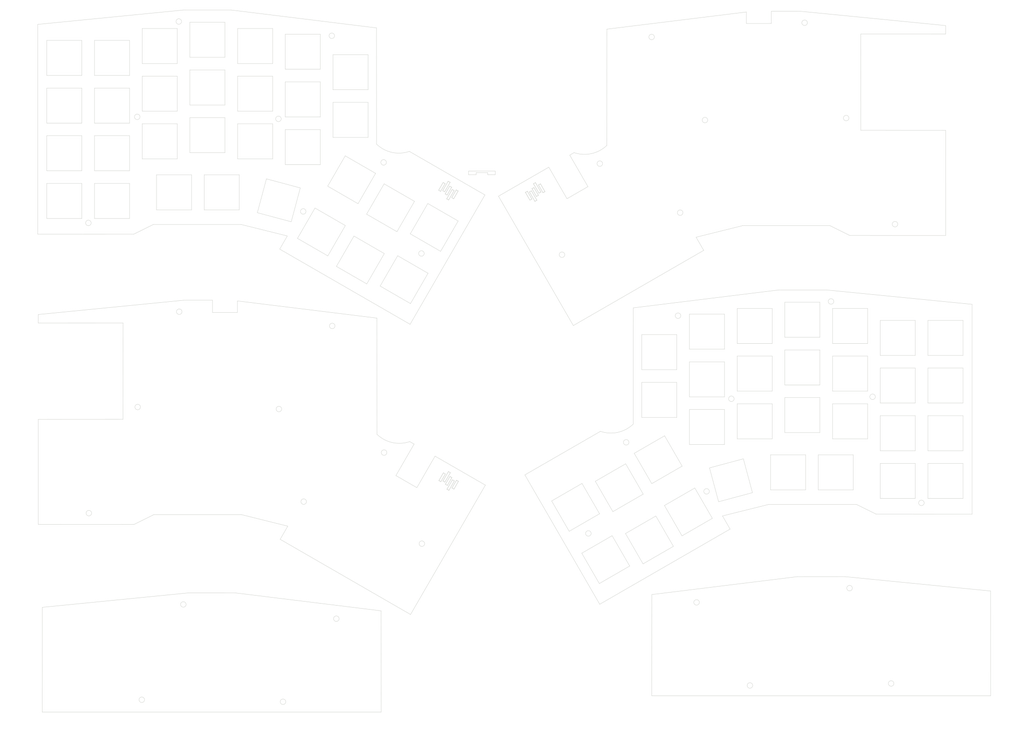
<source format=kicad_pcb>
(kicad_pcb (version 20171130) (host pcbnew "(5.0.2)-1")
  (layers (0 F.Cu signal hide) (31 B.Cu signal hide) (34 B.Paste user) (35 F.Paste user) (36 B.SilkS user) (37 F.SilkS user) (38 B.Mask user) (39 F.Mask user) (44 Edge.Cuts user))
  (net 0 "")
  (module ETE:Switch_Cuts (layer B.Cu) (at 246.935843 223.65462 210)
    (fp_text reference SW36 hide)
    (fp_text value SW_Push hide)
    (fp_line (start -7 7) (end -7 -7) (layer Edge.Cuts) (width 0.15))
    (fp_line (start -7 -7) (end 7 -7) (layer Edge.Cuts) (width 0.15))
    (fp_line (start -7 7) (end 7 7) (layer Edge.Cuts) (width 0.15))
    (fp_line (start 7 7) (end 7 -7) (layer Edge.Cuts) (width 0.15))
  )
  (module ETE_MASK:ETE_logo4_mask (layer F.Cu) (at 242.338429 209.055451 35)
    (fp_text reference G*** hide)
    (fp_text value LOGO hide)
  )
  (module ETE:Switch_Cuts (layer B.Cu) (at 375.602746 155.924022 180)
    (fp_text reference SW2 hide)
    (fp_text value SW_Push hide)
    (fp_line (start -7 7) (end -7 -7) (layer Edge.Cuts) (width 0.15))
    (fp_line (start -7 -7) (end 7 -7) (layer Edge.Cuts) (width 0.15))
    (fp_line (start -7 7) (end 7 7) (layer Edge.Cuts) (width 0.15))
    (fp_line (start 7 7) (end 7 -7) (layer Edge.Cuts) (width 0.15))
  )
  (module ETE:Switch_Cuts (layer B.Cu) (at 337.502747 167.735022 180)
    (fp_text reference SW18 hide)
    (fp_text value SW_Push hide)
    (fp_line (start -7 7) (end -7 -7) (layer Edge.Cuts) (width 0.15))
    (fp_line (start -7 -7) (end 7 -7) (layer Edge.Cuts) (width 0.15))
    (fp_line (start -7 7) (end 7 7) (layer Edge.Cuts) (width 0.15))
    (fp_line (start 7 7) (end 7 -7) (layer Edge.Cuts) (width 0.15))
  )
  (module ETE:Switch_Cuts (layer B.Cu) (at 394.652744 174.974018 180)
    (fp_text reference SW15 hide)
    (fp_text value SW_Push hide)
    (fp_line (start -7 7) (end -7 -7) (layer Edge.Cuts) (width 0.15))
    (fp_line (start -7 -7) (end 7 -7) (layer Edge.Cuts) (width 0.15))
    (fp_line (start -7 7) (end 7 7) (layer Edge.Cuts) (width 0.15))
    (fp_line (start 7 7) (end 7 -7) (layer Edge.Cuts) (width 0.15))
  )
  (module ETE:Switch_Cuts (layer B.Cu) (at 356.552745 170.211519 180)
    (fp_text reference SW17 hide)
    (fp_text value SW_Push hide)
    (fp_line (start -7 7) (end -7 -7) (layer Edge.Cuts) (width 0.15))
    (fp_line (start -7 -7) (end 7 -7) (layer Edge.Cuts) (width 0.15))
    (fp_line (start -7 7) (end 7 7) (layer Edge.Cuts) (width 0.15))
    (fp_line (start 7 7) (end 7 -7) (layer Edge.Cuts) (width 0.15))
  )
  (module ETE:Switch_Cuts (layer B.Cu) (at 375.602742 174.974014 180)
    (fp_text reference SW16 hide)
    (fp_text value SW_Push hide)
    (fp_line (start -7 7) (end -7 -7) (layer Edge.Cuts) (width 0.15))
    (fp_line (start -7 -7) (end 7 -7) (layer Edge.Cuts) (width 0.15))
    (fp_line (start -7 7) (end 7 7) (layer Edge.Cuts) (width 0.15))
    (fp_line (start 7 7) (end 7 -7) (layer Edge.Cuts) (width 0.15))
  )
  (module ETE:Switch_Cuts (layer B.Cu) (at 280.352843 161.639022 180)
    (fp_text reference SW7 hide)
    (fp_text value SW_Push hide)
    (fp_line (start -7 7) (end -7 -7) (layer Edge.Cuts) (width 0.15))
    (fp_line (start -7 -7) (end 7 -7) (layer Edge.Cuts) (width 0.15))
    (fp_line (start -7 7) (end 7 7) (layer Edge.Cuts) (width 0.15))
    (fp_line (start 7 7) (end 7 -7) (layer Edge.Cuts) (width 0.15))
  )
  (module ETE:Switch_Cuts (layer B.Cu) (at 394.652746 155.92402 180)
    (fp_text reference SW1 hide)
    (fp_text value SW_Push hide)
    (fp_line (start -7 7) (end -7 -7) (layer Edge.Cuts) (width 0.15))
    (fp_line (start -7 -7) (end 7 -7) (layer Edge.Cuts) (width 0.15))
    (fp_line (start -7 7) (end 7 7) (layer Edge.Cuts) (width 0.15))
    (fp_line (start 7 7) (end 7 -7) (layer Edge.Cuts) (width 0.15))
  )
  (module ETE:Switch_Cuts (layer B.Cu) (at 299.40284 153.447516 180)
    (fp_text reference SW6 hide)
    (fp_text value SW_Push hide)
    (fp_line (start -7 7) (end -7 -7) (layer Edge.Cuts) (width 0.15))
    (fp_line (start -7 -7) (end 7 -7) (layer Edge.Cuts) (width 0.15))
    (fp_line (start -7 7) (end 7 7) (layer Edge.Cuts) (width 0.15))
    (fp_line (start 7 7) (end 7 -7) (layer Edge.Cuts) (width 0.15))
  )
  (module ETE:Switch_Cuts (layer B.Cu) (at 318.452843 151.161521 180)
    (fp_text reference SW5 hide)
    (fp_text value SW_Push hide)
    (fp_line (start -7 7) (end -7 -7) (layer Edge.Cuts) (width 0.15))
    (fp_line (start -7 -7) (end 7 -7) (layer Edge.Cuts) (width 0.15))
    (fp_line (start -7 7) (end 7 7) (layer Edge.Cuts) (width 0.15))
    (fp_line (start 7 7) (end 7 -7) (layer Edge.Cuts) (width 0.15))
  )
  (module ETE:Switch_Cuts (layer B.Cu) (at 337.502744 148.685017 180)
    (fp_text reference SW4 hide)
    (fp_text value SW_Push hide)
    (fp_line (start -7 7) (end -7 -7) (layer Edge.Cuts) (width 0.15))
    (fp_line (start -7 -7) (end 7 -7) (layer Edge.Cuts) (width 0.15))
    (fp_line (start -7 7) (end 7 7) (layer Edge.Cuts) (width 0.15))
    (fp_line (start 7 7) (end 7 -7) (layer Edge.Cuts) (width 0.15))
  )
  (module ETE:Switch_Cuts (layer B.Cu) (at 258.967843 244.53662 210)
    (fp_text reference SW203 hide)
    (fp_text value SW_Push hide)
    (fp_line (start -7 7) (end -7 -7) (layer Edge.Cuts) (width 0.15))
    (fp_line (start -7 -7) (end 7 -7) (layer Edge.Cuts) (width 0.15))
    (fp_line (start -7 7) (end 7 7) (layer Edge.Cuts) (width 0.15))
    (fp_line (start 7 7) (end 7 -7) (layer Edge.Cuts) (width 0.15))
  )
  (module ETE:Switch_Cuts (layer B.Cu) (at 291.982841 225.475621 210)
    (fp_text reference SW201 hide)
    (fp_text value SW_Push hide)
    (fp_line (start -7 7) (end -7 -7) (layer Edge.Cuts) (width 0.15))
    (fp_line (start -7 -7) (end 7 -7) (layer Edge.Cuts) (width 0.15))
    (fp_line (start -7 7) (end 7 7) (layer Edge.Cuts) (width 0.15))
    (fp_line (start 7 7) (end 7 -7) (layer Edge.Cuts) (width 0.15))
  )
  (module ETE:Switch_Cuts (layer B.Cu) (at 276.424845 236.672619 210)
    (fp_text reference SW50 hide)
    (fp_text value SW_Push hide)
    (fp_line (start -7 7) (end -7 -7) (layer Edge.Cuts) (width 0.15))
    (fp_line (start -7 -7) (end 7 -7) (layer Edge.Cuts) (width 0.15))
    (fp_line (start -7 7) (end 7 7) (layer Edge.Cuts) (width 0.15))
    (fp_line (start 7 7) (end 7 -7) (layer Edge.Cuts) (width 0.15))
  )
  (module ETE:Switch_Cuts (layer B.Cu) (at 308.988846 212.826621 195)
    (fp_text reference SW49 hide)
    (fp_text value SW_Push hide)
    (fp_line (start -7 7) (end -7 -7) (layer Edge.Cuts) (width 0.15))
    (fp_line (start -7 -7) (end 7 -7) (layer Edge.Cuts) (width 0.15))
    (fp_line (start -7 7) (end 7 7) (layer Edge.Cuts) (width 0.15))
    (fp_line (start 7 7) (end 7 -7) (layer Edge.Cuts) (width 0.15))
  )
  (module ETE:Switch_Cuts (layer B.Cu) (at 337.502742 186.784621 180)
    (fp_text reference SW32 hide)
    (fp_text value SW_Push hide)
    (fp_line (start -7 7) (end -7 -7) (layer Edge.Cuts) (width 0.15))
    (fp_line (start -7 -7) (end 7 -7) (layer Edge.Cuts) (width 0.15))
    (fp_line (start -7 7) (end 7 7) (layer Edge.Cuts) (width 0.15))
    (fp_line (start 7 7) (end 7 -7) (layer Edge.Cuts) (width 0.15))
  )
  (module ETE:Switch_Cuts (layer B.Cu) (at 331.787845 209.644619 180)
    (fp_text reference SW48 hide)
    (fp_text value SW_Push hide)
    (fp_line (start -7 7) (end -7 -7) (layer Edge.Cuts) (width 0.15))
    (fp_line (start -7 -7) (end 7 -7) (layer Edge.Cuts) (width 0.15))
    (fp_line (start -7 7) (end 7 7) (layer Edge.Cuts) (width 0.15))
    (fp_line (start 7 7) (end 7 -7) (layer Edge.Cuts) (width 0.15))
  )
  (module ETE:Switch_Cuts (layer B.Cu) (at 299.402843 191.547624 180)
    (fp_text reference SW34 hide)
    (fp_text value SW_Push hide)
    (fp_line (start -7 7) (end -7 -7) (layer Edge.Cuts) (width 0.15))
    (fp_line (start -7 -7) (end 7 -7) (layer Edge.Cuts) (width 0.15))
    (fp_line (start -7 7) (end 7 7) (layer Edge.Cuts) (width 0.15))
    (fp_line (start 7 7) (end 7 -7) (layer Edge.Cuts) (width 0.15))
  )
  (module ETE:Switch_Cuts (layer B.Cu) (at 280.352842 180.688618 180)
    (fp_text reference SW21 hide)
    (fp_text value SW_Push hide)
    (fp_line (start -7 7) (end -7 -7) (layer Edge.Cuts) (width 0.15))
    (fp_line (start -7 -7) (end 7 -7) (layer Edge.Cuts) (width 0.15))
    (fp_line (start -7 7) (end 7 7) (layer Edge.Cuts) (width 0.15))
    (fp_line (start 7 7) (end 7 -7) (layer Edge.Cuts) (width 0.15))
  )
  (module ETE:Switch_Cuts (layer B.Cu) (at 318.452844 170.211519 180)
    (fp_text reference SW19 hide)
    (fp_text value SW_Push hide)
    (fp_line (start -7 7) (end -7 -7) (layer Edge.Cuts) (width 0.15))
    (fp_line (start -7 -7) (end 7 -7) (layer Edge.Cuts) (width 0.15))
    (fp_line (start -7 7) (end 7 7) (layer Edge.Cuts) (width 0.15))
    (fp_line (start 7 7) (end 7 -7) (layer Edge.Cuts) (width 0.15))
  )
  (module ETE:Switch_Cuts (layer B.Cu) (at 394.652743 213.07362 180)
    (fp_text reference SW45 hide)
    (fp_text value SW_Push hide)
    (fp_line (start -7 7) (end -7 -7) (layer Edge.Cuts) (width 0.15))
    (fp_line (start -7 -7) (end 7 -7) (layer Edge.Cuts) (width 0.15))
    (fp_line (start -7 7) (end 7 7) (layer Edge.Cuts) (width 0.15))
    (fp_line (start 7 7) (end 7 -7) (layer Edge.Cuts) (width 0.15))
  )
  (module ETE:Switch_Cuts (layer B.Cu) (at 375.602744 194.023618 180)
    (fp_text reference SW30 hide)
    (fp_text value SW_Push hide)
    (fp_line (start -7 7) (end -7 -7) (layer Edge.Cuts) (width 0.15))
    (fp_line (start -7 -7) (end 7 -7) (layer Edge.Cuts) (width 0.15))
    (fp_line (start -7 7) (end 7 7) (layer Edge.Cuts) (width 0.15))
    (fp_line (start 7 7) (end 7 -7) (layer Edge.Cuts) (width 0.15))
  )
  (module ETE:Switch_Cuts (layer B.Cu) (at 394.652747 194.023622 180)
    (fp_text reference SW29 hide)
    (fp_text value SW_Push hide)
    (fp_line (start -7 7) (end -7 -7) (layer Edge.Cuts) (width 0.15))
    (fp_line (start -7 -7) (end 7 -7) (layer Edge.Cuts) (width 0.15))
    (fp_line (start -7 7) (end 7 7) (layer Edge.Cuts) (width 0.15))
    (fp_line (start 7 7) (end 7 -7) (layer Edge.Cuts) (width 0.15))
  )
  (module ETE:Switch_Cuts (layer B.Cu) (at 356.552743 151.161518 180)
    (fp_text reference SW3 hide)
    (fp_text value SW_Push hide)
    (fp_line (start -7 7) (end -7 -7) (layer Edge.Cuts) (width 0.15))
    (fp_line (start -7 -7) (end 7 -7) (layer Edge.Cuts) (width 0.15))
    (fp_line (start -7 7) (end 7 7) (layer Edge.Cuts) (width 0.15))
    (fp_line (start 7 7) (end 7 -7) (layer Edge.Cuts) (width 0.15))
  )
  (module ETE:Switch_Cuts (layer B.Cu) (at 318.452844 189.261623 180)
    (fp_text reference SW33 hide)
    (fp_text value SW_Push hide)
    (fp_line (start -7 7) (end -7 -7) (layer Edge.Cuts) (width 0.15))
    (fp_line (start -7 -7) (end 7 -7) (layer Edge.Cuts) (width 0.15))
    (fp_line (start -7 7) (end 7 7) (layer Edge.Cuts) (width 0.15))
    (fp_line (start 7 7) (end 7 -7) (layer Edge.Cuts) (width 0.15))
  )
  (module ETE:Switch_Cuts (layer B.Cu) (at 279.913843 204.61462 210)
    (fp_text reference SW35 hide)
    (fp_text value SW_Push hide)
    (fp_line (start -7 7) (end -7 -7) (layer Edge.Cuts) (width 0.15))
    (fp_line (start -7 -7) (end 7 -7) (layer Edge.Cuts) (width 0.15))
    (fp_line (start -7 7) (end 7 7) (layer Edge.Cuts) (width 0.15))
    (fp_line (start 7 7) (end 7 -7) (layer Edge.Cuts) (width 0.15))
  )
  (module ETE:Switch_Cuts (layer B.Cu) (at 264.374843 215.80262 210)
    (fp_text reference SW202 hide)
    (fp_text value SW_Push hide)
    (fp_line (start -7 7) (end -7 -7) (layer Edge.Cuts) (width 0.15))
    (fp_line (start -7 -7) (end 7 -7) (layer Edge.Cuts) (width 0.15))
    (fp_line (start -7 7) (end 7 7) (layer Edge.Cuts) (width 0.15))
    (fp_line (start 7 7) (end 7 -7) (layer Edge.Cuts) (width 0.15))
  )
  (module ETE:Switch_Cuts (layer B.Cu) (at 350.837746 209.644618 180)
    (fp_text reference SW47 hide)
    (fp_text value SW_Push hide)
    (fp_line (start -7 7) (end -7 -7) (layer Edge.Cuts) (width 0.15))
    (fp_line (start -7 -7) (end 7 -7) (layer Edge.Cuts) (width 0.15))
    (fp_line (start -7 7) (end 7 7) (layer Edge.Cuts) (width 0.15))
    (fp_line (start 7 7) (end 7 -7) (layer Edge.Cuts) (width 0.15))
  )
  (module ETE:Switch_Cuts (layer B.Cu) (at 375.602745 213.073619 180)
    (fp_text reference SW46 hide)
    (fp_text value SW_Push hide)
    (fp_line (start -7 7) (end -7 -7) (layer Edge.Cuts) (width 0.15))
    (fp_line (start -7 -7) (end 7 -7) (layer Edge.Cuts) (width 0.15))
    (fp_line (start -7 7) (end 7 7) (layer Edge.Cuts) (width 0.15))
    (fp_line (start 7 7) (end 7 -7) (layer Edge.Cuts) (width 0.15))
  )
  (module ETE:Switch_Cuts (layer B.Cu) (at 356.552741 189.261621 180)
    (fp_text reference SW31 hide)
    (fp_text value SW_Push hide)
    (fp_line (start -7 7) (end -7 -7) (layer Edge.Cuts) (width 0.15))
    (fp_line (start -7 -7) (end 7 -7) (layer Edge.Cuts) (width 0.15))
    (fp_line (start -7 7) (end 7 7) (layer Edge.Cuts) (width 0.15))
    (fp_line (start 7 7) (end 7 -7) (layer Edge.Cuts) (width 0.15))
  )
  (module ETE:Switch_Cuts (layer B.Cu) (at 299.402845 172.497522 180)
    (fp_text reference SW20 hide)
    (fp_text value SW_Push hide)
    (fp_line (start -7 7) (end -7 -7) (layer Edge.Cuts) (width 0.15))
    (fp_line (start -7 -7) (end 7 -7) (layer Edge.Cuts) (width 0.15))
    (fp_line (start -7 7) (end 7 7) (layer Edge.Cuts) (width 0.15))
    (fp_line (start 7 7) (end 7 -7) (layer Edge.Cuts) (width 0.15))
  )
  (module ETE:Switch_Cuts (layer F.Cu) (at 190.472 111.783 330)
    (fp_text reference SW36 hide)
    (fp_text value SW_Push hide)
    (fp_line (start 7 -7) (end 7 7) (layer Edge.Cuts) (width 0.15))
    (fp_line (start -7 -7) (end 7 -7) (layer Edge.Cuts) (width 0.15))
    (fp_line (start -7 7) (end 7 7) (layer Edge.Cuts) (width 0.15))
    (fp_line (start -7 -7) (end -7 7) (layer Edge.Cuts) (width 0.15))
  )
  (module ETE:Switch_Cuts (layer F.Cu) (at 178.44 132.665 330)
    (fp_text reference SW203 hide)
    (fp_text value SW_Push hide)
    (fp_line (start 7 -7) (end 7 7) (layer Edge.Cuts) (width 0.15))
    (fp_line (start -7 -7) (end 7 -7) (layer Edge.Cuts) (width 0.15))
    (fp_line (start -7 7) (end 7 7) (layer Edge.Cuts) (width 0.15))
    (fp_line (start -7 -7) (end -7 7) (layer Edge.Cuts) (width 0.15))
  )
  (module ETE:Switch_Cuts (layer F.Cu) (at 42.7551 44.0524)
    (fp_text reference SW1 hide)
    (fp_text value SW_Push hide)
    (fp_line (start 7 -7) (end 7 7) (layer Edge.Cuts) (width 0.15))
    (fp_line (start -7 -7) (end 7 -7) (layer Edge.Cuts) (width 0.15))
    (fp_line (start -7 7) (end 7 7) (layer Edge.Cuts) (width 0.15))
    (fp_line (start -7 -7) (end -7 7) (layer Edge.Cuts) (width 0.15))
  )
  (module ETE:Switch_Cuts (layer F.Cu) (at 61.8051 44.0524)
    (fp_text reference SW2 hide)
    (fp_text value SW_Push hide)
    (fp_line (start 7 -7) (end 7 7) (layer Edge.Cuts) (width 0.15))
    (fp_line (start -7 -7) (end 7 -7) (layer Edge.Cuts) (width 0.15))
    (fp_line (start -7 7) (end 7 7) (layer Edge.Cuts) (width 0.15))
    (fp_line (start -7 -7) (end -7 7) (layer Edge.Cuts) (width 0.15))
  )
  (module ETE:Switch_Cuts (layer F.Cu) (at 99.9051 36.8134)
    (fp_text reference SW4 hide)
    (fp_text value SW_Push hide)
    (fp_line (start 7 -7) (end 7 7) (layer Edge.Cuts) (width 0.15))
    (fp_line (start -7 -7) (end 7 -7) (layer Edge.Cuts) (width 0.15))
    (fp_line (start -7 7) (end 7 7) (layer Edge.Cuts) (width 0.15))
    (fp_line (start -7 -7) (end -7 7) (layer Edge.Cuts) (width 0.15))
  )
  (module ETE:Switch_Cuts (layer F.Cu) (at 118.955 39.2899)
    (fp_text reference SW5 hide)
    (fp_text value SW_Push hide)
    (fp_line (start 7 -7) (end 7 7) (layer Edge.Cuts) (width 0.15))
    (fp_line (start -7 -7) (end 7 -7) (layer Edge.Cuts) (width 0.15))
    (fp_line (start -7 7) (end 7 7) (layer Edge.Cuts) (width 0.15))
    (fp_line (start -7 -7) (end -7 7) (layer Edge.Cuts) (width 0.15))
  )
  (module ETE:Switch_Cuts (layer F.Cu) (at 138.005 41.5759)
    (fp_text reference SW6 hide)
    (fp_text value SW_Push hide)
    (fp_line (start 7 -7) (end 7 7) (layer Edge.Cuts) (width 0.15))
    (fp_line (start -7 -7) (end 7 -7) (layer Edge.Cuts) (width 0.15))
    (fp_line (start -7 7) (end 7 7) (layer Edge.Cuts) (width 0.15))
    (fp_line (start -7 -7) (end -7 7) (layer Edge.Cuts) (width 0.15))
  )
  (module ETE:Switch_Cuts (layer F.Cu) (at 157.055 49.7674)
    (fp_text reference SW7 hide)
    (fp_text value SW_Push hide)
    (fp_line (start 7 -7) (end 7 7) (layer Edge.Cuts) (width 0.15))
    (fp_line (start -7 -7) (end 7 -7) (layer Edge.Cuts) (width 0.15))
    (fp_line (start -7 7) (end 7 7) (layer Edge.Cuts) (width 0.15))
    (fp_line (start -7 -7) (end -7 7) (layer Edge.Cuts) (width 0.15))
  )
  (module ETE:Switch_Cuts (layer F.Cu) (at 42.7551 63.1024)
    (fp_text reference SW15 hide)
    (fp_text value SW_Push hide)
    (fp_line (start 7 -7) (end 7 7) (layer Edge.Cuts) (width 0.15))
    (fp_line (start -7 -7) (end 7 -7) (layer Edge.Cuts) (width 0.15))
    (fp_line (start -7 7) (end 7 7) (layer Edge.Cuts) (width 0.15))
    (fp_line (start -7 -7) (end -7 7) (layer Edge.Cuts) (width 0.15))
  )
  (module ETE:Switch_Cuts (layer F.Cu) (at 61.8051 63.1024)
    (fp_text reference SW16 hide)
    (fp_text value SW_Push hide)
    (fp_line (start 7 -7) (end 7 7) (layer Edge.Cuts) (width 0.15))
    (fp_line (start -7 -7) (end 7 -7) (layer Edge.Cuts) (width 0.15))
    (fp_line (start -7 7) (end 7 7) (layer Edge.Cuts) (width 0.15))
    (fp_line (start -7 -7) (end -7 7) (layer Edge.Cuts) (width 0.15))
  )
  (module ETE:Switch_Cuts (layer F.Cu) (at 80.8551 58.3399)
    (fp_text reference SW17 hide)
    (fp_text value SW_Push hide)
    (fp_line (start 7 -7) (end 7 7) (layer Edge.Cuts) (width 0.15))
    (fp_line (start -7 -7) (end 7 -7) (layer Edge.Cuts) (width 0.15))
    (fp_line (start -7 7) (end 7 7) (layer Edge.Cuts) (width 0.15))
    (fp_line (start -7 -7) (end -7 7) (layer Edge.Cuts) (width 0.15))
  )
  (module ETE:Switch_Cuts (layer F.Cu) (at 99.9051 55.8634)
    (fp_text reference SW18 hide)
    (fp_text value SW_Push hide)
    (fp_line (start 7 -7) (end 7 7) (layer Edge.Cuts) (width 0.15))
    (fp_line (start -7 -7) (end 7 -7) (layer Edge.Cuts) (width 0.15))
    (fp_line (start -7 7) (end 7 7) (layer Edge.Cuts) (width 0.15))
    (fp_line (start -7 -7) (end -7 7) (layer Edge.Cuts) (width 0.15))
  )
  (module ETE:Switch_Cuts (layer F.Cu) (at 118.955 58.3399)
    (fp_text reference SW19 hide)
    (fp_text value SW_Push hide)
    (fp_line (start 7 -7) (end 7 7) (layer Edge.Cuts) (width 0.15))
    (fp_line (start -7 -7) (end 7 -7) (layer Edge.Cuts) (width 0.15))
    (fp_line (start -7 7) (end 7 7) (layer Edge.Cuts) (width 0.15))
    (fp_line (start -7 -7) (end -7 7) (layer Edge.Cuts) (width 0.15))
  )
  (module ETE:Switch_Cuts (layer F.Cu) (at 157.055 68.817)
    (fp_text reference SW21 hide)
    (fp_text value SW_Push hide)
    (fp_line (start 7 -7) (end 7 7) (layer Edge.Cuts) (width 0.15))
    (fp_line (start -7 -7) (end 7 -7) (layer Edge.Cuts) (width 0.15))
    (fp_line (start -7 7) (end 7 7) (layer Edge.Cuts) (width 0.15))
    (fp_line (start -7 -7) (end -7 7) (layer Edge.Cuts) (width 0.15))
  )
  (module ETE:Switch_Cuts (layer F.Cu) (at 42.7551 82.152)
    (fp_text reference SW29 hide)
    (fp_text value SW_Push hide)
    (fp_line (start 7 -7) (end 7 7) (layer Edge.Cuts) (width 0.15))
    (fp_line (start -7 -7) (end 7 -7) (layer Edge.Cuts) (width 0.15))
    (fp_line (start -7 7) (end 7 7) (layer Edge.Cuts) (width 0.15))
    (fp_line (start -7 -7) (end -7 7) (layer Edge.Cuts) (width 0.15))
  )
  (module ETE:Switch_Cuts (layer F.Cu) (at 61.8051 82.152)
    (fp_text reference SW30 hide)
    (fp_text value SW_Push hide)
    (fp_line (start 7 -7) (end 7 7) (layer Edge.Cuts) (width 0.15))
    (fp_line (start -7 -7) (end 7 -7) (layer Edge.Cuts) (width 0.15))
    (fp_line (start -7 7) (end 7 7) (layer Edge.Cuts) (width 0.15))
    (fp_line (start -7 -7) (end -7 7) (layer Edge.Cuts) (width 0.15))
  )
  (module ETE:Switch_Cuts (layer F.Cu) (at 80.8551 77.39)
    (fp_text reference SW31 hide)
    (fp_text value SW_Push hide)
    (fp_line (start 7 -7) (end 7 7) (layer Edge.Cuts) (width 0.15))
    (fp_line (start -7 -7) (end 7 -7) (layer Edge.Cuts) (width 0.15))
    (fp_line (start -7 7) (end 7 7) (layer Edge.Cuts) (width 0.15))
    (fp_line (start -7 -7) (end -7 7) (layer Edge.Cuts) (width 0.15))
  )
  (module ETE:Switch_Cuts (layer F.Cu) (at 99.9051 74.913)
    (fp_text reference SW32 hide)
    (fp_text value SW_Push hide)
    (fp_line (start 7 -7) (end 7 7) (layer Edge.Cuts) (width 0.15))
    (fp_line (start -7 -7) (end 7 -7) (layer Edge.Cuts) (width 0.15))
    (fp_line (start -7 7) (end 7 7) (layer Edge.Cuts) (width 0.15))
    (fp_line (start -7 -7) (end -7 7) (layer Edge.Cuts) (width 0.15))
  )
  (module ETE:Switch_Cuts (layer F.Cu) (at 118.955 77.39)
    (fp_text reference SW33 hide)
    (fp_text value SW_Push hide)
    (fp_line (start 7 -7) (end 7 7) (layer Edge.Cuts) (width 0.15))
    (fp_line (start -7 -7) (end 7 -7) (layer Edge.Cuts) (width 0.15))
    (fp_line (start -7 7) (end 7 7) (layer Edge.Cuts) (width 0.15))
    (fp_line (start -7 -7) (end -7 7) (layer Edge.Cuts) (width 0.15))
  )
  (module ETE:Switch_Cuts (layer F.Cu) (at 138.005 79.676)
    (fp_text reference SW34 hide)
    (fp_text value SW_Push hide)
    (fp_line (start 7 -7) (end 7 7) (layer Edge.Cuts) (width 0.15))
    (fp_line (start -7 -7) (end 7 -7) (layer Edge.Cuts) (width 0.15))
    (fp_line (start -7 7) (end 7 7) (layer Edge.Cuts) (width 0.15))
    (fp_line (start -7 -7) (end -7 7) (layer Edge.Cuts) (width 0.15))
  )
  (module ETE:Switch_Cuts (layer F.Cu) (at 42.7551 101.202)
    (fp_text reference SW45 hide)
    (fp_text value SW_Push hide)
    (fp_line (start 7 -7) (end 7 7) (layer Edge.Cuts) (width 0.15))
    (fp_line (start -7 -7) (end 7 -7) (layer Edge.Cuts) (width 0.15))
    (fp_line (start -7 7) (end 7 7) (layer Edge.Cuts) (width 0.15))
    (fp_line (start -7 -7) (end -7 7) (layer Edge.Cuts) (width 0.15))
  )
  (module ETE:Switch_Cuts (layer F.Cu) (at 61.8051 101.202)
    (fp_text reference SW46 hide)
    (fp_text value SW_Push hide)
    (fp_line (start 7 -7) (end 7 7) (layer Edge.Cuts) (width 0.15))
    (fp_line (start -7 -7) (end 7 -7) (layer Edge.Cuts) (width 0.15))
    (fp_line (start -7 7) (end 7 7) (layer Edge.Cuts) (width 0.15))
    (fp_line (start -7 -7) (end -7 7) (layer Edge.Cuts) (width 0.15))
  )
  (module ETE:Switch_Cuts (layer F.Cu) (at 86.5701 97.773)
    (fp_text reference SW47 hide)
    (fp_text value SW_Push hide)
    (fp_line (start 7 -7) (end 7 7) (layer Edge.Cuts) (width 0.15))
    (fp_line (start -7 -7) (end 7 -7) (layer Edge.Cuts) (width 0.15))
    (fp_line (start -7 7) (end 7 7) (layer Edge.Cuts) (width 0.15))
    (fp_line (start -7 -7) (end -7 7) (layer Edge.Cuts) (width 0.15))
  )
  (module ETE:Switch_Cuts (layer F.Cu) (at 105.62 97.773)
    (fp_text reference SW48 hide)
    (fp_text value SW_Push hide)
    (fp_line (start 7 -7) (end 7 7) (layer Edge.Cuts) (width 0.15))
    (fp_line (start -7 -7) (end 7 -7) (layer Edge.Cuts) (width 0.15))
    (fp_line (start -7 7) (end 7 7) (layer Edge.Cuts) (width 0.15))
    (fp_line (start -7 -7) (end -7 7) (layer Edge.Cuts) (width 0.15))
  )
  (module ETE:Switch_Cuts (layer F.Cu) (at 128.419 100.955 345)
    (fp_text reference SW49 hide)
    (fp_text value SW_Push hide)
    (fp_line (start 7 -7) (end 7 7) (layer Edge.Cuts) (width 0.15))
    (fp_line (start -7 -7) (end 7 -7) (layer Edge.Cuts) (width 0.15))
    (fp_line (start -7 7) (end 7 7) (layer Edge.Cuts) (width 0.15))
    (fp_line (start -7 -7) (end -7 7) (layer Edge.Cuts) (width 0.15))
  )
  (module ETE:Switch_Cuts (layer F.Cu) (at 80.8551 39.2899)
    (fp_text reference SW3 hide)
    (fp_text value SW_Push hide)
    (fp_line (start 7 -7) (end 7 7) (layer Edge.Cuts) (width 0.15))
    (fp_line (start -7 -7) (end 7 -7) (layer Edge.Cuts) (width 0.15))
    (fp_line (start -7 7) (end 7 7) (layer Edge.Cuts) (width 0.15))
    (fp_line (start -7 -7) (end -7 7) (layer Edge.Cuts) (width 0.15))
  )
  (module ETE:Switch_Cuts (layer F.Cu) (at 160.983 124.801 330)
    (fp_text reference SW50 hide)
    (fp_text value SW_Push hide)
    (fp_line (start 7 -7) (end 7 7) (layer Edge.Cuts) (width 0.15))
    (fp_line (start -7 -7) (end 7 -7) (layer Edge.Cuts) (width 0.15))
    (fp_line (start -7 7) (end 7 7) (layer Edge.Cuts) (width 0.15))
    (fp_line (start -7 -7) (end -7 7) (layer Edge.Cuts) (width 0.15))
  )
  (module ETE:Switch_Cuts (layer F.Cu) (at 157.494 92.743 330)
    (fp_text reference SW35 hide)
    (fp_text value SW_Push hide)
    (fp_line (start 7 -7) (end 7 7) (layer Edge.Cuts) (width 0.15))
    (fp_line (start -7 -7) (end 7 -7) (layer Edge.Cuts) (width 0.15))
    (fp_line (start -7 7) (end 7 7) (layer Edge.Cuts) (width 0.15))
    (fp_line (start -7 -7) (end -7 7) (layer Edge.Cuts) (width 0.15))
  )
  (module ETE:Switch_Cuts (layer F.Cu) (at 138.005 60.6259)
    (fp_text reference SW20 hide)
    (fp_text value SW_Push hide)
    (fp_line (start 7 -7) (end 7 7) (layer Edge.Cuts) (width 0.15))
    (fp_line (start -7 -7) (end 7 -7) (layer Edge.Cuts) (width 0.15))
    (fp_line (start -7 7) (end 7 7) (layer Edge.Cuts) (width 0.15))
    (fp_line (start -7 -7) (end -7 7) (layer Edge.Cuts) (width 0.15))
  )
  (module ETE:Switch_Cuts (layer F.Cu) (at 173.033 103.931 330)
    (fp_text reference SW202 hide)
    (fp_text value SW_Push hide)
    (fp_line (start 7 -7) (end 7 7) (layer Edge.Cuts) (width 0.15))
    (fp_line (start -7 -7) (end 7 -7) (layer Edge.Cuts) (width 0.15))
    (fp_line (start -7 7) (end 7 7) (layer Edge.Cuts) (width 0.15))
    (fp_line (start -7 -7) (end -7 7) (layer Edge.Cuts) (width 0.15))
  )
  (module ETE:Switch_Cuts (layer F.Cu) (at 145.425 113.604 330)
    (fp_text reference SW201 hide)
    (fp_text value SW_Push hide)
    (fp_line (start 7 -7) (end 7 7) (layer Edge.Cuts) (width 0.15))
    (fp_line (start -7 -7) (end 7 -7) (layer Edge.Cuts) (width 0.15))
    (fp_line (start -7 7) (end 7 7) (layer Edge.Cuts) (width 0.15))
    (fp_line (start -7 -7) (end -7 7) (layer Edge.Cuts) (width 0.15))
  )
  (module ETE_MASK:ETE_logo4_mask (layer F.Cu) (at 157.098429 36.165451)
    (fp_text reference G*** hide)
    (fp_text value LOGO hide)
  )
  (module ETE:YMGWORKS (layer F.Cu) (at 38.888429 223.985451)
    (fp_text reference G*** hide)
    (fp_text value LOGO hide)
  )
  (module ETE:ETE_logo4_mask (layer F.Cu) (at 41.128429 299.465451)
    (fp_text reference G*** hide)
    (fp_text value LOGO hide)
  )
  (gr_line (start 214.868429 90.735451) (end 214.868429 89.245451) (layer Edge.Cuts) (width 0.15))
  (gr_line (start 211.828429 90.735451) (end 214.848429 90.735451) (layer Edge.Cuts) (width 0.15))
  (gr_line (start 207.208429 89.895451) (end 207.208429 90.735451) (layer Edge.Cuts) (width 0.15))
  (gr_line (start 197.458425 99.885451) (end 199.25843 96.78545) (layer Edge.Cuts) (width 0.2))
  (gr_line (start 200.038428 97.225451) (end 198.258427 100.325453) (layer Edge.Cuts) (width 0.2))
  (gr_line (start 199.25843 96.78545) (end 200.038428 97.225451) (layer Edge.Cuts) (width 0.2))
  (gr_line (start 198.258427 100.325453) (end 197.458425 99.885451) (layer Edge.Cuts) (width 0.2))
  (gr_line (start 196.028429 93.335451) (end 196.828429 93.775451) (layer Edge.Cuts) (width 0.2))
  (gr_line (start 193.858429 97.095451) (end 196.028429 93.335451) (layer Edge.Cuts) (width 0.2))
  (gr_line (start 196.828429 93.775451) (end 194.638429 97.535451) (layer Edge.Cuts) (width 0.2))
  (gr_line (start 194.638429 97.535451) (end 193.858429 97.095451) (layer Edge.Cuts) (width 0.2))
  (gr_line (start 194.848431 98.395451) (end 196.648434 95.29545) (layer Edge.Cuts) (width 0.2))
  (gr_line (start 196.648434 95.29545) (end 197.428429 95.73545) (layer Edge.Cuts) (width 0.2))
  (gr_line (start 195.648424 98.83545) (end 194.848431 98.395451) (layer Edge.Cuts) (width 0.2))
  (gr_line (start 197.428429 95.73545) (end 195.648424 98.83545) (layer Edge.Cuts) (width 0.2))
  (gr_line (start 196.25843 100.815454) (end 195.458429 100.375451) (layer Edge.Cuts) (width 0.2))
  (gr_line (start 197.64843 96.615448) (end 198.428427 97.055449) (layer Edge.Cuts) (width 0.2))
  (gr_line (start 195.458429 100.375451) (end 197.64843 96.615448) (layer Edge.Cuts) (width 0.2))
  (gr_line (start 198.428427 97.055449) (end 196.25843 100.815454) (layer Edge.Cuts) (width 0.2))
  (gr_line (start 193.028429 97.365451) (end 192.248429 96.925451) (layer Edge.Cuts) (width 0.2))
  (gr_line (start 192.248429 96.925451) (end 194.028429 93.825451) (layer Edge.Cuts) (width 0.2))
  (gr_line (start 194.828429 94.265451) (end 193.028429 97.365451) (layer Edge.Cuts) (width 0.2))
  (gr_line (start 194.028429 93.825451) (end 194.828429 94.265451) (layer Edge.Cuts) (width 0.2))
  (gr_line (start 211.828429 89.895451) (end 211.828429 90.735451) (layer Edge.Cuts) (width 0.15))
  (gr_line (start 207.198429 90.745451) (end 204.198936 90.74489) (layer Edge.Cuts) (width 0.15))
  (gr_line (start 207.208429 89.895451) (end 211.828429 89.895451) (layer Edge.Cuts) (width 0.15))
  (gr_line (start 204.190277 90.74989) (end 204.189793 89.249057) (layer Edge.Cuts) (width 0.15))
  (gr_line (start 204.198454 89.244057) (end 214.84321 89.241313) (layer Edge.Cuts) (width 0.15))
  (gr_line (start 269.989414 143.926971) (end 328.041113 136.776875) (layer Edge.Cuts) (width 0.15))
  (gr_line (start 405.259653 142.51727) (end 405.259655 226.377912) (layer Edge.Cuts) (width 0.15))
  (gr_line (start 405.259655 226.377912) (end 366.94121 226.362671) (layer Edge.Cuts) (width 0.15))
  (gr_line (start 226.680782 210.680543) (end 256.868685 193.26884) (layer Edge.Cuts) (width 0.15))
  (gr_line (start 256.566422 262.377159) (end 226.680782 210.680543) (layer Edge.Cuts) (width 0.15))
  (gr_line (start 269.964012 190.370875) (end 269.989414 143.926971) (layer Edge.Cuts) (width 0.15))
  (gr_line (start 308.633882 232.334037) (end 256.566422 262.377159) (layer Edge.Cuts) (width 0.15))
  (gr_line (start 328.053811 136.776869) (end 347.091114 136.776874) (layer Edge.Cuts) (width 0.15))
  (gr_line (start 347.10381 136.77687) (end 405.254577 142.517274) (layer Edge.Cuts) (width 0.15))
  (gr_line (start 305.598585 227.076241) (end 308.633882 232.334037) (layer Edge.Cuts) (width 0.15))
  (gr_line (start 324.116817 222.463774) (end 305.600211 227.073871) (layer Edge.Cuts) (width 0.15))
  (gr_line (start 324.104113 222.463769) (end 359.067215 222.463769) (layer Edge.Cuts) (width 0.15))
  (gr_line (start 359.067215 222.463769) (end 366.936131 226.362666) (layer Edge.Cuts) (width 0.15))
  (gr_arc (start 261.046985 181.102239) (end 269.962384 190.37324) (angle 62.83353105) (layer Edge.Cuts) (width 0.15))
  (gr_circle (center 299.239415 217.267069) (end 298.139413 217.26707) (layer Edge.Cuts) (width 0.15))
  (gr_circle (center 365.539414 179.467068) (end 364.439414 179.467071) (layer Edge.Cuts) (width 0.15))
  (gr_circle (center 309.139416 180.267069) (end 308.039414 180.267071) (layer Edge.Cuts) (width 0.15))
  (gr_circle (center 348.939417 141.367072) (end 347.839411 141.36707) (layer Edge.Cuts) (width 0.15))
  (gr_circle (center 287.839415 147.067074) (end 286.739417 147.06707) (layer Edge.Cuts) (width 0.15))
  (gr_circle (center 267.139411 197.667073) (end 266.039417 197.66707) (layer Edge.Cuts) (width 0.15))
  (gr_circle (center 252.039414 234.067071) (end 250.939413 234.067076) (layer Edge.Cuts) (width 0.15))
  (gr_circle (center 385.039415 221.867068) (end 383.939413 221.867072) (layer Edge.Cuts) (width 0.15))
  (gr_line (start 216.138758 99.302855) (end 236.235212 87.71354) (layer Edge.Cuts) (width 0.15))
  (gr_line (start 259.44739 32.549283) (end 315.155211 25.693539) (layer Edge.Cuts) (width 0.15))
  (gr_line (start 360.845211 34.483536) (end 360.855213 72.983536) (layer Edge.Cuts) (width 0.15))
  (gr_line (start 313.562088 111.086084) (end 348.525188 111.086086) (layer Edge.Cuts) (width 0.15))
  (gr_line (start 259.421988 78.993182) (end 259.44739 32.549283) (layer Edge.Cuts) (width 0.15))
  (gr_line (start 336.561787 25.399181) (end 394.705208 31.123538) (layer Edge.Cuts) (width 0.15))
  (gr_line (start 313.574792 111.086084) (end 295.058186 115.696183) (layer Edge.Cuts) (width 0.15))
  (gr_line (start 246.0244 150.999474) (end 216.138758 99.302855) (layer Edge.Cuts) (width 0.15))
  (gr_line (start 348.525188 111.086086) (end 356.394112 114.98498) (layer Edge.Cuts) (width 0.15))
  (gr_line (start 325.11521 25.403541) (end 336.549088 25.39918) (layer Edge.Cuts) (width 0.15))
  (gr_line (start 394.705209 34.493536) (end 360.845211 34.483536) (layer Edge.Cuts) (width 0.15))
  (gr_arc (start 250.504966 69.724553) (end 259.42036 78.995558) (angle 62.75191057) (layer Edge.Cuts) (width 0.15))
  (gr_line (start 394.717635 115.00022) (end 356.399186 114.98498) (layer Edge.Cuts) (width 0.15))
  (gr_line (start 298.091862 120.95636) (end 246.0244 150.999474) (layer Edge.Cuts) (width 0.15))
  (gr_line (start 394.715206 73.00354) (end 394.717635 115.00022) (layer Edge.Cuts) (width 0.15))
  (gr_line (start 295.056557 115.698549) (end 298.091862 120.95636) (layer Edge.Cuts) (width 0.15))
  (gr_line (start 236.235212 87.71354) (end 243.495214 100.31354) (layer Edge.Cuts) (width 0.15))
  (gr_line (start 244.605212 82.893543) (end 246.335213 81.89354) (layer Edge.Cuts) (width 0.15))
  (gr_line (start 360.855213 72.983536) (end 394.715206 73.00354) (layer Edge.Cuts) (width 0.15))
  (gr_line (start 325.11521 25.403541) (end 325.115211 30.283541) (layer Edge.Cuts) (width 0.15))
  (gr_line (start 325.115211 30.283541) (end 315.155213 30.283544) (layer Edge.Cuts) (width 0.15))
  (gr_line (start 394.705208 31.123538) (end 394.705209 34.493536) (layer Edge.Cuts) (width 0.15))
  (gr_line (start 315.155211 30.253535) (end 315.155211 25.693539) (layer Edge.Cuts) (width 0.15))
  (gr_line (start 251.865209 95.483543) (end 244.605212 82.893543) (layer Edge.Cuts) (width 0.15))
  (gr_line (start 243.495214 100.31354) (end 251.865209 95.483543) (layer Edge.Cuts) (width 0.15))
  (gr_line (start 228.515211 97.613534) (end 230.685212 101.373541) (layer Edge.Cuts) (width 0.2))
  (gr_line (start 226.905211 97.783539) (end 228.685214 100.883538) (layer Edge.Cuts) (width 0.2))
  (gr_line (start 232.095211 98.953534) (end 230.295209 95.853535) (layer Edge.Cuts) (width 0.2))
  (gr_line (start 229.51521 96.293537) (end 231.295218 99.393539) (layer Edge.Cuts) (width 0.2))
  (gr_line (start 231.485213 100.933539) (end 229.29521 97.173536) (layer Edge.Cuts) (width 0.2))
  (gr_line (start 230.295209 95.853535) (end 229.51521 96.293537) (layer Edge.Cuts) (width 0.2))
  (gr_line (start 230.685212 101.373541) (end 231.485213 100.933539) (layer Edge.Cuts) (width 0.2))
  (gr_line (start 229.29521 97.173536) (end 228.515211 97.613534) (layer Edge.Cuts) (width 0.2))
  (gr_line (start 228.685214 100.883538) (end 229.485215 100.443538) (layer Edge.Cuts) (width 0.2))
  (gr_line (start 229.485215 100.443538) (end 227.685211 97.343533) (layer Edge.Cuts) (width 0.2))
  (gr_line (start 227.685211 97.343533) (end 226.905211 97.783539) (layer Edge.Cuts) (width 0.2))
  (gr_circle (center 288.697391 105.889383) (end 287.597396 105.88938) (layer Edge.Cuts) (width 0.15))
  (gr_circle (center 298.597385 68.889383) (end 297.497396 68.889382) (layer Edge.Cuts) (width 0.15))
  (gr_circle (center 277.297388 35.689392) (end 276.197385 35.689387) (layer Edge.Cuts) (width 0.15))
  (gr_circle (center 241.497386 122.689384) (end 240.397391 122.689385) (layer Edge.Cuts) (width 0.15))
  (gr_circle (center 256.597392 86.289378) (end 255.497393 86.289384) (layer Edge.Cuts) (width 0.15))
  (gr_circle (center 338.397394 29.989391) (end 337.29739 29.989388) (layer Edge.Cuts) (width 0.15))
  (gr_circle (center 374.497396 110.489384) (end 373.397395 110.489383) (layer Edge.Cuts) (width 0.15))
  (gr_circle (center 354.997389 68.08938) (end 353.89739 68.089383) (layer Edge.Cuts) (width 0.15))
  (gr_line (start 232.115213 94.823538) (end 233.915213 97.923537) (layer Edge.Cuts) (width 0.2))
  (gr_line (start 230.115213 94.333536) (end 232.305211 98.093537) (layer Edge.Cuts) (width 0.2))
  (gr_line (start 234.695207 97.483543) (end 232.915211 94.383539) (layer Edge.Cuts) (width 0.2))
  (gr_line (start 233.08521 97.653534) (end 230.915211 93.893539) (layer Edge.Cuts) (width 0.2))
  (gr_line (start 232.915211 94.383539) (end 232.115213 94.823538) (layer Edge.Cuts) (width 0.2))
  (gr_line (start 232.305211 98.093537) (end 233.08521 97.653534) (layer Edge.Cuts) (width 0.2))
  (gr_line (start 231.295218 99.393539) (end 232.095211 98.953534) (layer Edge.Cuts) (width 0.2))
  (gr_line (start 230.915211 93.893539) (end 230.115213 94.333536) (layer Edge.Cuts) (width 0.2))
  (gr_line (start 233.915213 97.923537) (end 234.695207 97.483543) (layer Edge.Cuts) (width 0.2))
  (gr_line (start 277.368755 298.94558) (end 277.400939 258.491327) (layer Edge.Cuts) (width 0.15))
  (gr_line (start 412.65876 257.085577) (end 412.668758 298.975583) (layer Edge.Cuts) (width 0.15))
  (gr_line (start 354.515335 251.341221) (end 412.65876 257.085577) (layer Edge.Cuts) (width 0.15))
  (gr_line (start 335.458759 251.34558) (end 354.502639 251.341224) (layer Edge.Cuts) (width 0.15))
  (gr_line (start 277.400939 258.491327) (end 335.44876 251.34558) (layer Edge.Cuts) (width 0.15))
  (gr_line (start 277.368755 298.94558) (end 412.668758 298.945575) (layer Edge.Cuts) (width 0.15))
  (gr_circle (center 356.350942 255.931432) (end 355.25094 255.931426) (layer Edge.Cuts) (width 0.15))
  (gr_circle (center 316.550944 294.831421) (end 315.450938 294.831419) (layer Edge.Cuts) (width 0.15))
  (gr_circle (center 372.950939 294.031431) (end 371.850937 294.031425) (layer Edge.Cuts) (width 0.15))
  (gr_circle (center 295.250938 261.631429) (end 294.150936 261.631432) (layer Edge.Cuts) (width 0.15))
  (gr_circle (center 130.086249 301.341294) (end 131.186249 301.341294) (layer Edge.Cuts) (width 0.15))
  (gr_circle (center 73.686251 300.541297) (end 74.786251 300.541297) (layer Edge.Cuts) (width 0.15))
  (gr_circle (center 151.386251 268.1413) (end 152.486251 268.1413) (layer Edge.Cuts) (width 0.15))
  (gr_circle (center 90.28625 262.441301) (end 91.38625 262.441301) (layer Edge.Cuts) (width 0.15))
  (gr_circle (center 52.546245 225.961295) (end 53.646245 225.961295) (layer Edge.Cuts) (width 0.15))
  (gr_circle (center 138.346245 221.361294) (end 139.446245 221.361294) (layer Edge.Cuts) (width 0.15))
  (gr_circle (center 185.546251 238.161296) (end 186.646251 238.161296) (layer Edge.Cuts) (width 0.15))
  (gr_circle (center 170.446248 201.761295) (end 171.546248 201.761295) (layer Edge.Cuts) (width 0.15))
  (gr_circle (center 128.446249 184.361294) (end 129.546249 184.361294) (layer Edge.Cuts) (width 0.15))
  (gr_circle (center 72.046251 183.561297) (end 73.146251 183.561297) (layer Edge.Cuts) (width 0.15))
  (gr_circle (center 149.746251 151.1613) (end 150.846251 151.1613) (layer Edge.Cuts) (width 0.15))
  (gr_circle (center 88.64625 145.461301) (end 89.74625 145.461301) (layer Edge.Cuts) (width 0.15))
  (gr_circle (center 185.368429 122.195451) (end 186.468429 122.195451) (layer Edge.Cuts) (width 0.15))
  (gr_circle (center 138.168429 105.395451) (end 139.268429 105.395451) (layer Edge.Cuts) (width 0.15))
  (gr_circle (center 52.368429 109.995451) (end 53.468429 109.995451) (layer Edge.Cuts) (width 0.15))
  (gr_circle (center 170.268429 85.795451) (end 171.368429 85.795451) (layer Edge.Cuts) (width 0.15))
  (gr_circle (center 128.268429 68.395451) (end 129.368429 68.395451) (layer Edge.Cuts) (width 0.15))
  (gr_circle (center 71.868429 67.595451) (end 72.968429 67.595451) (layer Edge.Cuts) (width 0.15))
  (gr_circle (center 149.568429 35.195451) (end 150.668429 35.195451) (layer Edge.Cuts) (width 0.15))
  (gr_circle (center 88.468429 29.495451) (end 89.568429 29.495451) (layer Edge.Cuts) (width 0.15))
  (gr_line (start 193.128429 213.395451) (end 192.348429 212.955451) (layer Edge.Cuts) (width 0.2))
  (gr_line (start 196.128429 209.365451) (end 196.928429 209.805451) (layer Edge.Cuts) (width 0.2))
  (gr_line (start 195.748424 214.86545) (end 194.948431 214.425451) (layer Edge.Cuts) (width 0.2))
  (gr_line (start 194.738429 213.565451) (end 193.958429 213.125451) (layer Edge.Cuts) (width 0.2))
  (gr_line (start 194.128429 209.855451) (end 194.928429 210.295451) (layer Edge.Cuts) (width 0.2))
  (gr_line (start 193.958429 213.125451) (end 196.128429 209.365451) (layer Edge.Cuts) (width 0.2))
  (gr_line (start 192.348429 212.955451) (end 194.128429 209.855451) (layer Edge.Cuts) (width 0.2))
  (gr_line (start 196.928429 209.805451) (end 194.738429 213.565451) (layer Edge.Cuts) (width 0.2))
  (gr_line (start 194.928429 210.295451) (end 193.128429 213.395451) (layer Edge.Cuts) (width 0.2))
  (gr_line (start 199.35843 212.81545) (end 200.138428 213.255451) (layer Edge.Cuts) (width 0.2))
  (gr_line (start 197.558425 215.915451) (end 199.35843 212.81545) (layer Edge.Cuts) (width 0.2))
  (gr_line (start 198.358427 216.355453) (end 197.558425 215.915451) (layer Edge.Cuts) (width 0.2))
  (gr_line (start 197.74843 212.645448) (end 198.528427 213.085449) (layer Edge.Cuts) (width 0.2))
  (gr_line (start 196.35843 216.845454) (end 195.558429 216.405451) (layer Edge.Cuts) (width 0.2))
  (gr_line (start 196.748434 211.32545) (end 197.528429 211.76545) (layer Edge.Cuts) (width 0.2))
  (gr_line (start 195.558429 216.405451) (end 197.74843 212.645448) (layer Edge.Cuts) (width 0.2))
  (gr_line (start 197.528429 211.76545) (end 195.748424 214.86545) (layer Edge.Cuts) (width 0.2))
  (gr_line (start 194.948431 214.425451) (end 196.748434 211.32545) (layer Edge.Cuts) (width 0.2))
  (gr_line (start 200.138428 213.255451) (end 198.358427 216.355453) (layer Edge.Cuts) (width 0.2))
  (gr_line (start 198.528427 213.085449) (end 196.35843 216.845454) (layer Edge.Cuts) (width 0.2))
  (gr_line (start 169.268429 305.455451) (end 33.968429 305.455451) (layer Edge.Cuts) (width 0.15))
  (gr_line (start 33.978429 263.595451) (end 33.968429 305.485451) (layer Edge.Cuts) (width 0.15))
  (gr_line (start 92.121851 257.851094) (end 33.978429 263.595451) (layer Edge.Cuts) (width 0.15))
  (gr_line (start 169.268429 305.455451) (end 169.236249 265.001197) (layer Edge.Cuts) (width 0.15))
  (gr_line (start 169.236249 265.001197) (end 111.188429 257.855451) (layer Edge.Cuts) (width 0.15))
  (gr_line (start 111.178429 257.855451) (end 92.134554 257.851096) (layer Edge.Cuts) (width 0.15))
  (gr_line (start 32.338429 146.595451) (end 32.338429 149.965451) (layer Edge.Cuts) (width 0.15))
  (gr_line (start 182.438429 198.365451) (end 180.708429 197.365451) (layer Edge.Cuts) (width 0.15))
  (gr_line (start 175.178429 210.955451) (end 182.438429 198.365451) (layer Edge.Cuts) (width 0.15))
  (gr_line (start 183.548429 215.785451) (end 175.178429 210.955451) (layer Edge.Cuts) (width 0.15))
  (gr_line (start 190.808429 203.185451) (end 183.548429 215.785451) (layer Edge.Cuts) (width 0.15))
  (gr_line (start 111.888429 145.725451) (end 111.888429 141.165451) (layer Edge.Cuts) (width 0.15))
  (gr_line (start 101.928429 145.755451) (end 111.888429 145.755451) (layer Edge.Cuts) (width 0.15))
  (gr_line (start 101.928429 140.875451) (end 101.928429 145.755451) (layer Edge.Cuts) (width 0.15))
  (gr_line (start 66.188429 188.455451) (end 32.328429 188.475451) (layer Edge.Cuts) (width 0.15))
  (gr_line (start 66.198429 149.955451) (end 66.188429 188.455451) (layer Edge.Cuts) (width 0.15))
  (gr_line (start 32.338429 149.965451) (end 66.198429 149.955451) (layer Edge.Cuts) (width 0.15))
  (gr_line (start 32.328429 188.475451) (end 32.326005 230.472133) (layer Edge.Cuts) (width 0.15))
  (gr_line (start 128.951777 236.428269) (end 181.01924 266.471383) (layer Edge.Cuts) (width 0.15))
  (gr_line (start 32.326005 230.472133) (end 70.644451 230.456894) (layer Edge.Cuts) (width 0.15))
  (gr_line (start 167.596249 148.021197) (end 111.888429 141.165451) (layer Edge.Cuts) (width 0.15))
  (gr_line (start 181.01924 266.471383) (end 210.904884 214.774767) (layer Edge.Cuts) (width 0.15))
  (gr_line (start 210.904884 214.774767) (end 190.808429 203.185451) (layer Edge.Cuts) (width 0.15))
  (gr_line (start 167.621652 194.465094) (end 167.596249 148.021197) (layer Edge.Cuts) (width 0.15))
  (gr_line (start 113.48155 226.557995) (end 78.518453 226.557999) (layer Edge.Cuts) (width 0.15))
  (gr_arc (start 176.538674 185.196467) (end 167.62328 194.467468) (angle -62.75191057) (layer Edge.Cuts) (width 0.15))
  (gr_line (start 113.46885 226.557997) (end 131.985451 231.168096) (layer Edge.Cuts) (width 0.15))
  (gr_line (start 78.518453 226.557999) (end 70.649529 230.456893) (layer Edge.Cuts) (width 0.15))
  (gr_line (start 101.928429 140.875451) (end 90.494554 140.871096) (layer Edge.Cuts) (width 0.15))
  (gr_line (start 131.987081 231.170461) (end 128.951777 236.428269) (layer Edge.Cuts) (width 0.15))
  (gr_line (start 90.481851 140.871094) (end 32.338429 146.595451) (layer Edge.Cuts) (width 0.15))
  (gr_arc (start 176.360859 69.230621) (end 167.44546 78.501619) (angle -62.83353105) (layer Edge.Cuts) (width 0.15))
  (gr_line (start 78.340629 110.592151) (end 70.471709 114.491051) (layer Edge.Cuts) (width 0.15))
  (gr_line (start 113.303729 110.592151) (end 78.340629 110.592151) (layer Edge.Cuts) (width 0.15))
  (gr_line (start 113.291029 110.592151) (end 131.807629 115.202251) (layer Edge.Cuts) (width 0.15))
  (gr_line (start 131.809258 115.204621) (end 128.77396 120.46242) (layer Edge.Cuts) (width 0.15))
  (gr_line (start 90.304029 24.905251) (end 32.153269 30.645651) (layer Edge.Cuts) (width 0.15))
  (gr_line (start 109.354029 24.905251) (end 90.316729 24.905251) (layer Edge.Cuts) (width 0.15))
  (gr_line (start 167.418429 32.055351) (end 109.366729 24.905251) (layer Edge.Cuts) (width 0.15))
  (gr_line (start 167.443829 78.499251) (end 167.418429 32.055351) (layer Edge.Cuts) (width 0.15))
  (gr_line (start 210.727061 98.808921) (end 180.539159 81.397223) (layer Edge.Cuts) (width 0.15))
  (gr_line (start 180.841422 150.50554) (end 210.727061 98.808921) (layer Edge.Cuts) (width 0.15))
  (gr_line (start 128.77396 120.46242) (end 180.841422 150.50554) (layer Edge.Cuts) (width 0.15))
  (gr_line (start 32.148189 114.506291) (end 70.466629 114.491051) (layer Edge.Cuts) (width 0.15))
  (gr_line (start 32.148189 30.645651) (end 32.148189 114.506291) (layer Edge.Cuts) (width 0.15))
)
</source>
